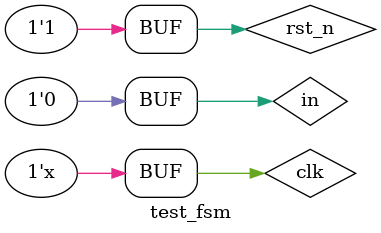
<source format=v>
`timescale 1ns / 1ps
`include "global.v"
module test_fsm;

wire led_state; // one led to represent fsm current state
wire count_enable;
reg in;
reg clk;
reg rst_n;

fsm U0(
  .state(led_state), // state of fsm
  .count_enable(count_enable), // if counter is enable
  .in(in), // input control
  .clk(clk), // clock for fsm
  .rst_n(rst_n) // low active reset
);

always
  #5 clk = ~clk;

initial
begin
  in = 0;
  clk = 0;
  rst_n = 0;
end

initial
begin
  #10 rst_n = 1;
  #10 in = 1;  #10 in = 0; // fist push button pulse
  #20 in = 1;  #10 in = 0; // second push button pulse
end

endmodule

</source>
